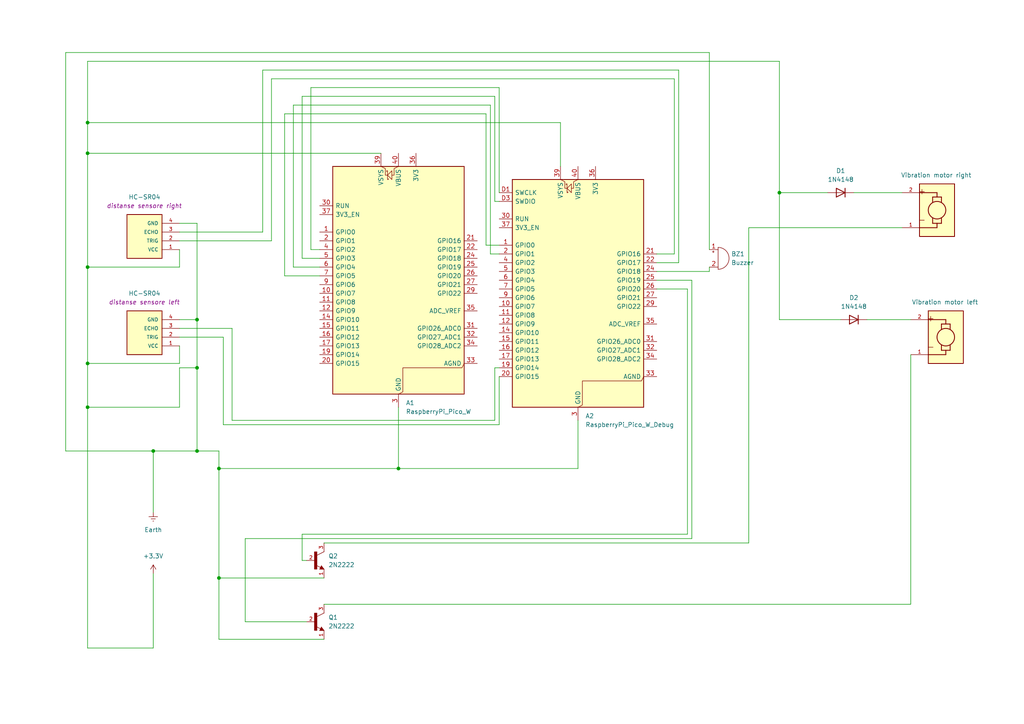
<source format=kicad_sch>
(kicad_sch (version 20250114) (generator "eeschema") (generator_version "9.0")
  (paper "A4")
  (lib_symbols
    (symbol "2N2222:2N2222" (pin_names (offset 1.016))
      (property "Reference" "Q" (at -10.16 7.62 0))
      (property "Value" "2N2222" (at -10.16 -7.62 0))
      (symbol "2N2222_0_0"
        (rectangle (start -0.254 -2.54) (end 0.508 2.54) (stroke (width 0.1)) (fill (type outline)))
        (polyline (pts (xy 1.27 -2.54) (xy 1.778 -1.524)) (stroke (width 0.1524)))
        (polyline (pts (xy 1.524 -2.286) (xy 1.905 -2.286)) (stroke (width 0.254)))
        (polyline (pts (xy 1.524 -2.413) (xy 2.286 -2.413)) (stroke (width 0.254)))
        (polyline (pts (xy 1.54 -2.04) (xy 0.308 -1.424)) (stroke (width 0.1524)))
        (polyline (pts (xy 1.778 -1.524) (xy 2.54 -2.54)) (stroke (width 0.1524)))
        (polyline (pts (xy 1.778 -1.778) (xy 1.524 -2.286)) (stroke (width 0.254)))
        (polyline (pts (xy 1.905 -2.286) (xy 1.778 -2.032)) (stroke (width 0.254)))
        (polyline (pts (xy 2.286 -2.413) (xy 1.778 -1.778)) (stroke (width 0.254)))
        (polyline (pts (xy 2.54 2.54) (xy 0.508 1.524)) (stroke (width 0.1524)))
        (polyline (pts (xy 2.54 -2.54) (xy 1.27 -2.54)) (stroke (width 0.1524)))
        (pin passive line (at -2.54 0 0) (length 2.54) (name "~") (number "2"))
        (pin passive line (at 2.54 5.08 270) (length 2.54) (name "~") (number "3"))
        (pin passive line (at 2.54 -5.08 90) (length 2.54) (name "~") (number "1"))
      )
    )
    (symbol "Device:Buzzer" (pin_names (offset 0.0254) (hide yes))
      (property "Reference" "BZ" (at 3.81 1.27 0))
      (property "Value" "Buzzer" (at 3.81 -1.27 0))
      (symbol "Buzzer_0_1"
        (polyline (pts (xy -1.651 1.905) (xy -1.143 1.905)))
        (polyline (pts (xy -1.397 2.159) (xy -1.397 1.651)))
        (arc (start 0 3.175) (mid 3.1612 0) (end 0 -3.175))
        (polyline (pts (xy 0 3.175) (xy 0 -3.175)))
      )
      (symbol "Buzzer_1_1"
        (pin passive line (at -2.54 2.54 0) (length 2.54) (name "+") (number "1"))
        (pin passive line (at -2.54 -2.54 0) (length 2.54) (name "-") (number "2"))
      )
    )
    (symbol "Diode:1N4148" (pin_numbers (hide yes)) (pin_names (hide yes))
      (property "Reference" "D" (at 0 2.54 0))
      (property "Value" "1N4148" (at 0 -2.54 0))
      (symbol "1N4148_0_1"
        (polyline (pts (xy -1.27 1.27) (xy -1.27 -1.27)) (stroke (width 0.254)))
        (polyline (pts (xy 1.27 1.27) (xy 1.27 -1.27) (xy -1.27 0) (xy 1.27 1.27)) (stroke (width 0.254)))
        (polyline (pts (xy 1.27 0) (xy -1.27 0)))
      )
      (symbol "1N4148_1_1"
        (pin passive line (at -3.81 0 0) (length 2.54) (name "K") (number "1"))
        (pin passive line (at 3.81 0 180) (length 2.54) (name "A") (number "2"))
      )
    )
    (symbol "HC-SR04:HC-SR04" (pin_names (offset 1.016))
      (property "Reference" "U" (at 0 5.0813 0))
      (property "Value" "HC-SR04" (at 0 -10.163 0))
      (symbol "HC-SR04_0_0"
        (rectangle (start 0 -7.62) (end 10.16 5.08) (stroke (width 0.254)) (fill (type background)))
        (pin power_in line (at -5.08 2.54 0) (length 5.08) (name "VCC") (number "1"))
        (pin bidirectional line (at -5.08 0 0) (length 5.08) (name "TRIG") (number "2"))
        (pin bidirectional line (at -5.08 -2.54 0) (length 5.08) (name "ECHO") (number "3"))
        (pin power_in line (at -5.08 -5.08 0) (length 5.08) (name "GND") (number "4"))
      )
    )
    (symbol "MCU_Module:RaspberryPi_Pico_Debug" (pin_names (offset 0.762))
      (property "Reference" "A" (at -19.05 35.56 0))
      (property "Value" "RaspberryPi_Pico" (at 7.62 35.56 0))
      (symbol "RaspberryPi_Pico_Debug_0_1"
        (rectangle (start -19.05 34.29) (end 19.05 -31.75) (stroke (width 0.254)) (fill (type background)))
        (polyline (pts (xy -5.08 34.29) (xy -3.81 33.655) (xy -3.81 31.75) (xy -3.175 31.75)))
        (polyline (pts (xy -3.429 32.766) (xy -3.429 33.02) (xy -3.175 33.02) (xy -3.175 30.48) (xy -2.921 30.48) (xy -2.921 30.734)))
        (polyline (pts (xy -3.175 31.75) (xy -1.905 33.02) (xy -1.905 30.48) (xy -3.175 31.75)))
        (polyline (pts (xy 0 34.29) (xy -1.27 33.655) (xy -1.27 31.75) (xy -1.905 31.75)))
        (polyline (pts (xy 0 -31.75) (xy 1.27 -31.115) (xy 1.27 -24.13) (xy 18.415 -24.13) (xy 19.05 -22.86)))
      )
      (symbol "RaspberryPi_Pico_Debug_1_1"
        (pin input line (at -22.86 30.48 0) (length 3.81) (name "SWCLK") (number "D1"))
        (pin bidirectional line (at -22.86 27.94 0) (length 3.81) (name "SWDIO") (number "D3"))
        (pin passive line (at -22.86 22.86 0) (length 3.81) (name "RUN") (number "30"))
        (pin passive line (at -22.86 20.32 0) (length 3.81) (name "3V3_EN") (number "37"))
        (pin bidirectional line (at -22.86 15.24 0) (length 3.81) (name "GPIO0") (number "1"))
        (pin bidirectional line (at -22.86 12.7 0) (length 3.81) (name "GPIO1") (number "2"))
        (pin bidirectional line (at -22.86 10.16 0) (length 3.81) (name "GPIO2") (number "4"))
        (pin bidirectional line (at -22.86 7.62 0) (length 3.81) (name "GPIO3") (number "5"))
        (pin bidirectional line (at -22.86 5.08 0) (length 3.81) (name "GPIO4") (number "6"))
        (pin bidirectional line (at -22.86 2.54 0) (length 3.81) (name "GPIO5") (number "7"))
        (pin bidirectional line (at -22.86 0 0) (length 3.81) (name "GPIO6") (number "9"))
        (pin bidirectional line (at -22.86 -2.54 0) (length 3.81) (name "GPIO7") (number "10"))
        (pin bidirectional line (at -22.86 -5.08 0) (length 3.81) (name "GPIO8") (number "11"))
        (pin bidirectional line (at -22.86 -7.62 0) (length 3.81) (name "GPIO9") (number "12"))
        (pin bidirectional line (at -22.86 -10.16 0) (length 3.81) (name "GPIO10") (number "14"))
        (pin bidirectional line (at -22.86 -12.7 0) (length 3.81) (name "GPIO11") (number "15"))
        (pin bidirectional line (at -22.86 -15.24 0) (length 3.81) (name "GPIO12") (number "16"))
        (pin bidirectional line (at -22.86 -17.78 0) (length 3.81) (name "GPIO13") (number "17"))
        (pin bidirectional line (at -22.86 -20.32 0) (length 3.81) (name "GPIO14") (number "19"))
        (pin bidirectional line (at -22.86 -22.86 0) (length 3.81) (name "GPIO15") (number "20"))
        (pin power_in line (at -5.08 38.1 270) (length 3.81) (name "VSYS") (number "39"))
        (pin power_out line (at 0 38.1 270) (length 3.81) (name "VBUS") (number "40"))
        (pin passive line (at 0 -35.56 90) (length 3.81) (hide yes) (name "GND") (number "13"))
        (pin passive line (at 0 -35.56 90) (length 3.81) (hide yes) (name "GND") (number "18"))
        (pin passive line (at 0 -35.56 90) (length 3.81) (hide yes) (name "GND") (number "23"))
        (pin passive line (at 0 -35.56 90) (length 3.81) (hide yes) (name "GND") (number "28"))
        (pin power_out line (at 0 -35.56 90) (length 3.81) (name "GND") (number "3"))
        (pin passive line (at 0 -35.56 90) (length 3.81) (hide yes) (name "GND") (number "38"))
        (pin passive line (at 0 -35.56 90) (length 3.81) (hide yes) (name "GND") (number "8"))
        (pin passive line (at 0 -35.56 90) (length 3.81) (hide yes) (name "GND") (number "D2"))
        (pin power_out line (at 5.08 38.1 270) (length 3.81) (name "3V3") (number "36"))
        (pin bidirectional line (at 22.86 12.7 180) (length 3.81) (name "GPIO16") (number "21"))
        (pin bidirectional line (at 22.86 10.16 180) (length 3.81) (name "GPIO17") (number "22"))
        (pin bidirectional line (at 22.86 7.62 180) (length 3.81) (name "GPIO18") (number "24"))
        (pin bidirectional line (at 22.86 5.08 180) (length 3.81) (name "GPIO19") (number "25"))
        (pin bidirectional line (at 22.86 2.54 180) (length 3.81) (name "GPIO20") (number "26"))
        (pin bidirectional line (at 22.86 0 180) (length 3.81) (name "GPIO21") (number "27"))
        (pin bidirectional line (at 22.86 -2.54 180) (length 3.81) (name "GPIO22") (number "29"))
        (pin power_in line (at 22.86 -7.62 180) (length 3.81) (name "ADC_VREF") (number "35"))
        (pin bidirectional line (at 22.86 -12.7 180) (length 3.81) (name "GPIO26_ADC0") (number "31"))
        (pin bidirectional line (at 22.86 -15.24 180) (length 3.81) (name "GPIO27_ADC1") (number "32"))
        (pin bidirectional line (at 22.86 -17.78 180) (length 3.81) (name "GPIO28_ADC2") (number "34"))
        (pin power_out line (at 22.86 -22.86 180) (length 3.81) (name "AGND") (number "33"))
      )
    )
    (symbol "MCU_Module:RaspberryPi_Pico_W" (pin_names (offset 0.762))
      (property "Reference" "A" (at -19.05 35.56 0))
      (property "Value" "RaspberryPi_Pico_W" (at 7.62 35.56 0))
      (symbol "RaspberryPi_Pico_W_0_1"
        (rectangle (start -19.05 34.29) (end 19.05 -31.75) (stroke (width 0.254)) (fill (type background)))
        (polyline (pts (xy -5.08 34.29) (xy -3.81 33.655) (xy -3.81 31.75) (xy -3.175 31.75)))
        (polyline (pts (xy -3.429 32.766) (xy -3.429 33.02) (xy -3.175 33.02) (xy -3.175 30.48) (xy -2.921 30.48) (xy -2.921 30.734)))
        (polyline (pts (xy -3.175 31.75) (xy -1.905 33.02) (xy -1.905 30.48) (xy -3.175 31.75)))
        (polyline (pts (xy 0 34.29) (xy -1.27 33.655) (xy -1.27 31.75) (xy -1.905 31.75)))
        (polyline (pts (xy 0 -31.75) (xy 1.27 -31.115) (xy 1.27 -24.13) (xy 18.415 -24.13) (xy 19.05 -22.86)))
      )
      (symbol "RaspberryPi_Pico_W_1_1"
        (pin passive line (at -22.86 22.86 0) (length 3.81) (name "RUN") (number "30"))
        (pin passive line (at -22.86 20.32 0) (length 3.81) (name "3V3_EN") (number "37"))
        (pin bidirectional line (at -22.86 15.24 0) (length 3.81) (name "GPIO0") (number "1"))
        (pin bidirectional line (at -22.86 12.7 0) (length 3.81) (name "GPIO1") (number "2"))
        (pin bidirectional line (at -22.86 10.16 0) (length 3.81) (name "GPIO2") (number "4"))
        (pin bidirectional line (at -22.86 7.62 0) (length 3.81) (name "GPIO3") (number "5"))
        (pin bidirectional line (at -22.86 5.08 0) (length 3.81) (name "GPIO4") (number "6"))
        (pin bidirectional line (at -22.86 2.54 0) (length 3.81) (name "GPIO5") (number "7"))
        (pin bidirectional line (at -22.86 0 0) (length 3.81) (name "GPIO6") (number "9"))
        (pin bidirectional line (at -22.86 -2.54 0) (length 3.81) (name "GPIO7") (number "10"))
        (pin bidirectional line (at -22.86 -5.08 0) (length 3.81) (name "GPIO8") (number "11"))
        (pin bidirectional line (at -22.86 -7.62 0) (length 3.81) (name "GPIO9") (number "12"))
        (pin bidirectional line (at -22.86 -10.16 0) (length 3.81) (name "GPIO10") (number "14"))
        (pin bidirectional line (at -22.86 -12.7 0) (length 3.81) (name "GPIO11") (number "15"))
        (pin bidirectional line (at -22.86 -15.24 0) (length 3.81) (name "GPIO12") (number "16"))
        (pin bidirectional line (at -22.86 -17.78 0) (length 3.81) (name "GPIO13") (number "17"))
        (pin bidirectional line (at -22.86 -20.32 0) (length 3.81) (name "GPIO14") (number "19"))
        (pin bidirectional line (at -22.86 -22.86 0) (length 3.81) (name "GPIO15") (number "20"))
        (pin power_in line (at -5.08 38.1 270) (length 3.81) (name "VSYS") (number "39"))
        (pin power_out line (at 0 38.1 270) (length 3.81) (name "VBUS") (number "40"))
        (pin passive line (at 0 -35.56 90) (length 3.81) (hide yes) (name "GND") (number "13"))
        (pin passive line (at 0 -35.56 90) (length 3.81) (hide yes) (name "GND") (number "18"))
        (pin passive line (at 0 -35.56 90) (length 3.81) (hide yes) (name "GND") (number "23"))
        (pin passive line (at 0 -35.56 90) (length 3.81) (hide yes) (name "GND") (number "28"))
        (pin power_out line (at 0 -35.56 90) (length 3.81) (name "GND") (number "3"))
        (pin passive line (at 0 -35.56 90) (length 3.81) (hide yes) (name "GND") (number "38"))
        (pin passive line (at 0 -35.56 90) (length 3.81) (hide yes) (name "GND") (number "8"))
        (pin power_out line (at 5.08 38.1 270) (length 3.81) (name "3V3") (number "36"))
        (pin bidirectional line (at 22.86 12.7 180) (length 3.81) (name "GPIO16") (number "21"))
        (pin bidirectional line (at 22.86 10.16 180) (length 3.81) (name "GPIO17") (number "22"))
        (pin bidirectional line (at 22.86 7.62 180) (length 3.81) (name "GPIO18") (number "24"))
        (pin bidirectional line (at 22.86 5.08 180) (length 3.81) (name "GPIO19") (number "25"))
        (pin bidirectional line (at 22.86 2.54 180) (length 3.81) (name "GPIO20") (number "26"))
        (pin bidirectional line (at 22.86 0 180) (length 3.81) (name "GPIO21") (number "27"))
        (pin bidirectional line (at 22.86 -2.54 180) (length 3.81) (name "GPIO22") (number "29"))
        (pin power_in line (at 22.86 -7.62 180) (length 3.81) (name "ADC_VREF") (number "35"))
        (pin bidirectional line (at 22.86 -12.7 180) (length 3.81) (name "GPIO26_ADC0") (number "31"))
        (pin bidirectional line (at 22.86 -15.24 180) (length 3.81) (name "GPIO27_ADC1") (number "32"))
        (pin bidirectional line (at 22.86 -17.78 180) (length 3.81) (name "GPIO28_ADC2") (number "34"))
        (pin power_out line (at 22.86 -22.86 180) (length 3.81) (name "AGND") (number "33"))
      )
    )
    (symbol "VZ43FM1B8230001L:VZ43FM1B8230001L" (pin_names (offset 1.016))
      (property "Value" "Vibration motor left" (at 0.2404 -10.16 0))
      (symbol "VZ43FM1B8230001L_0_0"
        (rectangle (start -5.08 -7.62) (end 5.08 7.62) (stroke (width 0.254)) (fill (type background)))
        (polyline (pts (xy -1.27 3.81) (xy 0 3.81)) (stroke (width 0.254)))
        (polyline (pts (xy -1.27 2.286) (xy -1.27 3.81)) (stroke (width 0.254)))
        (polyline (pts (xy -1.27 -3.81) (xy -1.27 -2.286)) (stroke (width 0.254)))
        (polyline (pts (xy 0 5.08) (xy 5.08 5.08)) (stroke (width 0.254)))
        (polyline (pts (xy 0 3.81) (xy 0 5.08)) (stroke (width 0.254)))
        (polyline (pts (xy 0 3.81) (xy 1.27 3.81)) (stroke (width 0.254)))
        (circle (center 0 0) (radius 2.54) (stroke (width 0.254)))
        (polyline (pts (xy 0 -3.81) (xy -1.27 -3.81)) (stroke (width 0.254)))
        (polyline (pts (xy 0 -3.81) (xy 0 -5.08)) (stroke (width 0.254)))
        (polyline (pts (xy 0 -5.08) (xy 5.08 -5.08)) (stroke (width 0.254)))
        (polyline (pts (xy 1.27 3.81) (xy 1.27 2.286)) (stroke (width 0.254)))
        (polyline (pts (xy 1.27 -2.286) (xy 1.27 -3.81)) (stroke (width 0.254)))
        (polyline (pts (xy 1.27 -3.81) (xy 0 -3.81)) (stroke (width 0.254)))
        (text "-" (at 3.175 3.81 0) (effects (font (size 1.778 1.778)) (justify left bottom)))
        (text "+" (at 3.175 -4.445 0) (effects (font (size 1.778 1.778)) (justify left bottom)))
        (pin passive line (at 10.16 5.08 180) (length 5.08) (name "~") (number "1"))
        (pin passive line (at 10.16 -5.08 180) (length 5.08) (name "~") (number "2"))
      )
    )
    (symbol "VZ43FM1B8230001L_1" (pin_names (offset 1.016))
      (property "Value" "Vibration motor right" (at 0.2404 -10.16 0))
      (symbol "VZ43FM1B8230001L_1_0_0"
        (rectangle (start -5.08 -7.62) (end 5.08 7.62) (stroke (width 0.254)) (fill (type background)))
        (polyline (pts (xy -1.27 3.81) (xy 0 3.81)) (stroke (width 0.254)))
        (polyline (pts (xy -1.27 2.286) (xy -1.27 3.81)) (stroke (width 0.254)))
        (polyline (pts (xy -1.27 -3.81) (xy -1.27 -2.286)) (stroke (width 0.254)))
        (polyline (pts (xy 0 5.08) (xy 5.08 5.08)) (stroke (width 0.254)))
        (polyline (pts (xy 0 3.81) (xy 0 5.08)) (stroke (width 0.254)))
        (polyline (pts (xy 0 3.81) (xy 1.27 3.81)) (stroke (width 0.254)))
        (circle (center 0 0) (radius 2.54) (stroke (width 0.254)))
        (polyline (pts (xy 0 -3.81) (xy -1.27 -3.81)) (stroke (width 0.254)))
        (polyline (pts (xy 0 -3.81) (xy 0 -5.08)) (stroke (width 0.254)))
        (polyline (pts (xy 0 -5.08) (xy 5.08 -5.08)) (stroke (width 0.254)))
        (polyline (pts (xy 1.27 3.81) (xy 1.27 2.286)) (stroke (width 0.254)))
        (polyline (pts (xy 1.27 -2.286) (xy 1.27 -3.81)) (stroke (width 0.254)))
        (polyline (pts (xy 1.27 -3.81) (xy 0 -3.81)) (stroke (width 0.254)))
        (text "-" (at 3.175 3.81 0) (effects (font (size 1.778 1.778)) (justify left bottom)))
        (text "+" (at 3.175 -4.445 0) (effects (font (size 1.778 1.778)) (justify left bottom)))
        (pin passive line (at 10.16 5.08 180) (length 5.08) (name "~") (number "1"))
        (pin passive line (at 10.16 -5.08 180) (length 5.08) (name "~") (number "2"))
      )
    )
    (symbol "power:+3.3V" (power) (pin_numbers (hide yes)) (pin_names (offset 0) (hide yes))
      (property "Value" "+3.3V" (at 0 3.556 0))
      (symbol "+3.3V_0_1"
        (polyline (pts (xy -0.762 1.27) (xy 0 2.54)))
        (polyline (pts (xy 0 2.54) (xy 0.762 1.27)))
        (polyline (pts (xy 0 0) (xy 0 2.54)))
      )
      (symbol "+3.3V_1_1"
        (pin power_in line (at 0 0 90) (length 0) (name "~") (number "1"))
      )
    )
    (symbol "power:Earth" (power) (pin_numbers (hide yes)) (pin_names (offset 0) (hide yes))
      (property "Value" "Earth" (at 0 -3.81 0))
      (symbol "Earth_0_1"
        (polyline (pts (xy -0.635 -1.905) (xy 0.635 -1.905)))
        (polyline (pts (xy -0.127 -2.54) (xy 0.127 -2.54)))
        (polyline (pts (xy 0 -1.27) (xy 0 0)))
        (polyline (pts (xy 1.27 -1.27) (xy -1.27 -1.27)))
      )
      (symbol "Earth_1_1"
        (pin power_in line (at 0 0 270) (length 0) (name "~") (number "1"))
      )
    )
  )
  (junction (at 57.15 92.71))
  (junction (at 57.15 130.81))
  (junction (at 25.4 77.47))
  (junction (at 25.4 118.11))
  (junction (at 63.5 135.89))
  (junction (at 63.5 167.64))
  (junction (at 25.4 35.56))
  (junction (at 25.4 44.45))
  (junction (at 25.4 105.41))
  (junction (at 44.45 130.81))
  (junction (at 115.57 135.89))
  (junction (at 57.15 106.68))
  (junction (at 226.06 55.88))
  (wire (pts (xy 92.71 77.47) (xy 85.09 77.47)))
  (wire (pts (xy 143.51 58.42) (xy 143.51 27.94)))
  (wire (pts (xy 217.17 66.04) (xy 261.62 66.04)))
  (wire (pts (xy 251.46 92.71) (xy 264.16 92.71)))
  (wire (pts (xy 264.16 175.26) (xy 93.98 175.26)))
  (wire (pts (xy 162.56 48.26) (xy 162.56 35.56)))
  (wire (pts (xy 200.66 81.28) (xy 200.66 156.21)))
  (wire (pts (xy 71.12 180.34) (xy 88.9 180.34)))
  (wire (pts (xy 44.45 130.81) (xy 57.15 130.81)))
  (wire (pts (xy 162.56 35.56) (xy 25.4 35.56)))
  (wire (pts (xy 63.5 167.64) (xy 63.5 135.89)))
  (wire (pts (xy 19.05 130.81) (xy 44.45 130.81)))
  (wire (pts (xy 144.78 123.19) (xy 144.78 109.22)))
  (wire (pts (xy 144.78 25.4) (xy 144.78 55.88)))
  (wire (pts (xy 64.77 97.79) (xy 64.77 123.19)))
  (wire (pts (xy 52.07 95.25) (xy 67.31 95.25)))
  (wire (pts (xy 195.58 73.66) (xy 190.5 73.66)))
  (wire (pts (xy 142.24 73.66) (xy 144.78 73.66)))
  (wire (pts (xy 144.78 106.68) (xy 143.51 106.68)))
  (wire (pts (xy 52.07 77.47) (xy 25.4 77.47)))
  (wire (pts (xy 25.4 105.41) (xy 25.4 118.11)))
  (wire (pts (xy 200.66 156.21) (xy 71.12 156.21)))
  (wire (pts (xy 52.07 69.85) (xy 78.74 69.85)))
  (wire (pts (xy 143.51 27.94) (xy 87.63 27.94)))
  (wire (pts (xy 143.51 121.92) (xy 67.31 121.92)))
  (wire (pts (xy 57.15 130.81) (xy 63.5 130.81)))
  (wire (pts (xy 167.64 135.89) (xy 167.64 121.92)))
  (wire (pts (xy 85.09 77.47) (xy 85.09 30.48)))
  (wire (pts (xy 67.31 95.25) (xy 67.31 121.92)))
  (wire (pts (xy 93.98 167.64) (xy 63.5 167.64)))
  (wire (pts (xy 190.5 81.28) (xy 200.66 81.28)))
  (wire (pts (xy 87.63 154.94) (xy 87.63 162.56)))
  (wire (pts (xy 25.4 44.45) (xy 110.49 44.45)))
  (wire (pts (xy 199.39 154.94) (xy 87.63 154.94)))
  (wire (pts (xy 25.4 17.78) (xy 25.4 35.56)))
  (wire (pts (xy 57.15 92.71) (xy 57.15 106.68)))
  (wire (pts (xy 264.16 102.87) (xy 264.16 175.26)))
  (wire (pts (xy 63.5 135.89) (xy 63.5 130.81)))
  (wire (pts (xy 52.07 106.68) (xy 52.07 118.11)))
  (wire (pts (xy 92.71 72.39) (xy 90.17 72.39)))
  (wire (pts (xy 199.39 83.82) (xy 199.39 154.94)))
  (wire (pts (xy 243.84 92.71) (xy 226.06 92.71)))
  (wire (pts (xy 140.97 33.02) (xy 140.97 71.12)))
  (wire (pts (xy 64.77 123.19) (xy 144.78 123.19)))
  (wire (pts (xy 25.4 35.56) (xy 25.4 44.45)))
  (wire (pts (xy 226.06 92.71) (xy 226.06 55.88)))
  (wire (pts (xy 226.06 17.78) (xy 25.4 17.78)))
  (wire (pts (xy 52.07 67.31) (xy 76.2 67.31)))
  (wire (pts (xy 140.97 71.12) (xy 144.78 71.12)))
  (wire (pts (xy 82.55 80.01) (xy 82.55 33.02)))
  (wire (pts (xy 190.5 83.82) (xy 199.39 83.82)))
  (wire (pts (xy 76.2 67.31) (xy 76.2 20.32)))
  (wire (pts (xy 57.15 106.68) (xy 57.15 130.81)))
  (wire (pts (xy 63.5 135.89) (xy 115.57 135.89)))
  (wire (pts (xy 63.5 185.42) (xy 63.5 167.64)))
  (wire (pts (xy 57.15 106.68) (xy 52.07 106.68)))
  (wire (pts (xy 90.17 25.4) (xy 90.17 72.39)))
  (wire (pts (xy 82.55 33.02) (xy 140.97 33.02)))
  (wire (pts (xy 19.05 15.24) (xy 19.05 130.81)))
  (wire (pts (xy 205.74 78.74) (xy 205.74 77.47)))
  (wire (pts (xy 93.98 157.48) (xy 217.17 157.48)))
  (wire (pts (xy 195.58 22.86) (xy 195.58 73.66)))
  (wire (pts (xy 25.4 118.11) (xy 52.07 118.11)))
  (wire (pts (xy 52.07 97.79) (xy 64.77 97.79)))
  (wire (pts (xy 144.78 58.42) (xy 143.51 58.42)))
  (wire (pts (xy 196.85 76.2) (xy 190.5 76.2)))
  (wire (pts (xy 44.45 187.96) (xy 25.4 187.96)))
  (wire (pts (xy 143.51 106.68) (xy 143.51 121.92)))
  (wire (pts (xy 52.07 72.39) (xy 52.07 77.47)))
  (wire (pts (xy 44.45 148.59) (xy 44.45 130.81)))
  (wire (pts (xy 57.15 64.77) (xy 57.15 92.71)))
  (wire (pts (xy 226.06 55.88) (xy 226.06 17.78)))
  (wire (pts (xy 115.57 135.89) (xy 167.64 135.89)))
  (wire (pts (xy 205.74 15.24) (xy 19.05 15.24)))
  (wire (pts (xy 52.07 92.71) (xy 57.15 92.71)))
  (wire (pts (xy 25.4 118.11) (xy 25.4 187.96)))
  (wire (pts (xy 44.45 166.37) (xy 44.45 187.96)))
  (wire (pts (xy 87.63 74.93) (xy 92.71 74.93)))
  (wire (pts (xy 71.12 156.21) (xy 71.12 180.34)))
  (wire (pts (xy 144.78 25.4) (xy 90.17 25.4)))
  (wire (pts (xy 78.74 69.85) (xy 78.74 22.86)))
  (wire (pts (xy 247.65 55.88) (xy 261.62 55.88)))
  (wire (pts (xy 115.57 118.11) (xy 115.57 135.89)))
  (wire (pts (xy 87.63 27.94) (xy 87.63 74.93)))
  (wire (pts (xy 196.85 20.32) (xy 196.85 76.2)))
  (wire (pts (xy 205.74 72.39) (xy 205.74 15.24)))
  (wire (pts (xy 25.4 77.47) (xy 25.4 105.41)))
  (wire (pts (xy 87.63 162.56) (xy 88.9 162.56)))
  (wire (pts (xy 85.09 30.48) (xy 142.24 30.48)))
  (wire (pts (xy 142.24 30.48) (xy 142.24 73.66)))
  (wire (pts (xy 52.07 100.33) (xy 52.07 105.41)))
  (wire (pts (xy 76.2 20.32) (xy 196.85 20.32)))
  (wire (pts (xy 52.07 105.41) (xy 25.4 105.41)))
  (wire (pts (xy 93.98 185.42) (xy 63.5 185.42)))
  (wire (pts (xy 190.5 78.74) (xy 205.74 78.74)))
  (wire (pts (xy 52.07 64.77) (xy 57.15 64.77)))
  (wire (pts (xy 92.71 80.01) (xy 82.55 80.01)))
  (wire (pts (xy 226.06 55.88) (xy 240.03 55.88)))
  (wire (pts (xy 25.4 44.45) (xy 25.4 77.47)))
  (wire (pts (xy 217.17 157.48) (xy 217.17 66.04)))
  (wire (pts (xy 78.74 22.86) (xy 195.58 22.86)))
  (symbol (lib_id "power:+3.3V") (at 44.45 166.37 0) (unit 1)
    (property "Reference" "#PWR01" (effects (hide yes)))
    (property "Value" "+3.3V" (at 44.45 161.29 0))
    (property "Description" "Power symbol creates a global label with name \"+3.3V\"" (effects (hide yes)))
  )
  (symbol (lib_id "HC-SR04:HC-SR04") (at 46.99 69.85 180) (unit 1)
    (property "Reference" "U1" (effects (hide yes)))
    (property "Value" "HC-SR04" (at 41.91 57.15 0))
    (property "Footprint" "distanse sensore right" (effects (hide yes)))
    (property "Description" "distanse sensore right" (at 41.91 59.69 0) (effects (font (italic yes))))
    (property "MF" "SparkFun Electronics" (effects (hide yes)))
    (property "Description_1" "HC-SR04 Ultrasonic Sensor Qwiic Platform Evaluation Expansion Board" (effects (hide yes)))
    (property "Package" "None" (effects (hide yes)))
    (property "Price" "None" (effects (hide yes)))
    (property "Check_prices" "https://www.snapeda.com/parts/HC-SR04/SparkFun/view-part/?ref=eda" (effects (hide yes)))
    (property "SnapEDA_Link" "https://www.snapeda.com/parts/HC-SR04/SparkFun/view-part/?ref=snap" (effects (hide yes)))
    (property "MP" "HC-SR04" (effects (hide yes)))
    (property "Availability" "Not in stock" (effects (hide yes)))
    (property "MANUFACTURER" "Osepp" (effects (hide yes)))
  )
  (symbol (lib_id "Diode:1N4148") (at 243.84 55.88 180) (unit 1)
    (property "Reference" "D1" (at 243.84 49.53 0))
    (property "Value" "1N4148" (at 243.84 52.07 0))
    (property "Footprint" "Diode_THT:D_DO-35_SOD27_P7.62mm_Horizontal" (effects (hide yes)))
    (property "Datasheet" "https://assets.nexperia.com/documents/data-sheet/1N4148_1N4448.pdf" (effects (hide yes)))
    (property "Description" "100V 0.15A standard switching diode, DO-35" (effects (hide yes)))
    (property "Sim.Device" "D" (effects (hide yes)))
    (property "Sim.Pins" "1=K 2=A" (effects (hide yes)))
  )
  (symbol (lib_id "MCU_Module:RaspberryPi_Pico_Debug") (at 167.64 86.36 0) (unit 1)
    (property "Reference" "A2" (at 169.7833 120.65 0) (effects (justify left)))
    (property "Value" "RaspberryPi_Pico_W_Debug" (at 169.7833 123.19 0) (effects (justify left)))
    (property "Footprint" "Module:RaspberryPi_Pico_SMD_HandSolder" (effects (hide yes)))
    (property "Datasheet" "https://datasheets.raspberrypi.com/pico/pico-datasheet.pdf" (effects (hide yes)))
    (property "Description" "Versatile and inexpensive microcontroller module (with debug pins) powered by RP2040 dual-core Arm Cortex-M0+ processor up to 133 MHz, 264kB SRAM, 2MB QSPI flash; also supports Raspberry Pi Pico 2" (effects (hide yes)))
  )
  (symbol (lib_id "MCU_Module:RaspberryPi_Pico_W") (at 115.57 82.55 0) (unit 1)
    (property "Reference" "A1" (at 117.7133 116.84 0) (effects (justify left)))
    (property "Value" "RaspberryPi_Pico_W" (at 117.7133 119.38 0) (effects (justify left)))
    (property "Footprint" "Module:RaspberryPi_Pico_W_SMD_HandSolder" (effects (hide yes)))
    (property "Datasheet" "https://datasheets.raspberrypi.com/picow/pico-w-datasheet.pdf" (effects (hide yes)))
    (property "Description" "Versatile and inexpensive wireless microcontroller module powered by RP2040 dual-core Arm Cortex-M0+ processor up to 133 MHz, 264kB SRAM, 2MB QSPI flash, Infineon CYW43439 2.4GHz 802.11n wireless LAN; also supports Raspberry Pi Pico 2 W" (effects (hide yes)))
  )
  (symbol (lib_id "2N2222:2N2222") (at 91.44 162.56 0) (unit 1)
    (property "Reference" "Q2" (at 95.25 161.2899 0) (effects (justify left)))
    (property "Value" "2N2222" (at 95.25 163.8299 0) (effects (justify left)))
    (property "Footprint" "2N2222:TO127P584H533-3" (effects (hide yes)))
    (property "MF" "Solid State Inc." (effects (hide yes)))
    (property "MAXIMUM_PACKAGE_HEIGHT" "5.33 mm" (effects (hide yes)))
    (property "Package" "None" (effects (hide yes)))
    (property "Price" "None" (effects (hide yes)))
    (property "Check_prices" "https://www.snapeda.com/parts/2N2222/Solid+State+Manufacturing/view-part/?ref=eda" (effects (hide yes)))
    (property "STANDARD" "IPC 7351B" (effects (hide yes)))
    (property "PARTREV" "R2" (effects (hide yes)))
    (property "SnapEDA_Link" "https://www.snapeda.com/parts/2N2222/Solid+State+Manufacturing/view-part/?ref=snap" (effects (hide yes)))
    (property "MP" "2N2222" (effects (hide yes)))
    (property "Description_1" "Silicon Transistor NPN | Solid State Manufacturing 2N2222" (effects (hide yes)))
    (property "Availability" "Not in stock" (effects (hide yes)))
    (property "MANUFACTURER" "Micross" (effects (hide yes)))
  )
  (symbol (lib_id "Diode:1N4148") (at 247.65 92.71 180) (unit 1)
    (property "Reference" "D2" (at 247.65 86.36 0))
    (property "Value" "1N4148" (at 247.65 88.9 0))
    (property "Footprint" "Diode_THT:D_DO-35_SOD27_P7.62mm_Horizontal" (effects (hide yes)))
    (property "Datasheet" "https://assets.nexperia.com/documents/data-sheet/1N4148_1N4448.pdf" (effects (hide yes)))
    (property "Description" "100V 0.15A standard switching diode, DO-35" (effects (hide yes)))
    (property "Sim.Device" "D" (effects (hide yes)))
    (property "Sim.Pins" "1=K 2=A" (effects (hide yes)))
  )
  (symbol (lib_id "Device:Buzzer") (at 208.28 74.93 0) (unit 1)
    (property "Reference" "BZ1" (at 212.09 73.6599 0) (effects (justify left)))
    (property "Value" "Buzzer" (at 212.09 76.1999 0) (effects (justify left)))
    (property "Description" "Buzzer, polarized" (effects (hide yes)))
  )
  (symbol (lib_name "VZ43FM1B8230001L_1") (lib_id "VZ43FM1B8230001L:VZ43FM1B8230001L") (at 271.78 60.96 180) (unit 1)
    (property "Reference" "B1" (effects (hide yes)))
    (property "Value" "Vibration motor right" (at 271.5396 50.8 0))
    (property "Footprint" "VZ43FM1B8230001L:XDCR_VZ43FM1B8230001L" (effects (hide yes)))
    (property "MF" "Vybronics Inc" (effects (hide yes)))
    (property "MAXIMUM_PACKAGE_HEIGHT" "3.70 mm" (effects (hide yes)))
    (property "Package" "Vybronics" (effects (hide yes)))
    (property "Price" "None" (effects (hide yes)))
    (property "Check_prices" "https://www.snapeda.com/parts/VZ43FM1B8230001L/Vybronics/view-part/?ref=eda" (effects (hide yes)))
    (property "STANDARD" "Manufacturer Recommendations" (effects (hide yes)))
    (property "PARTREV" "A/2" (effects (hide yes)))
    (property "SnapEDA_Link" "https://www.snapeda.com/parts/VZ43FM1B8230001L/Vybronics/view-part/?ref=snap" (effects (hide yes)))
    (property "MP" "VZ43FM1B8230001L" (effects (hide yes)))
    (property "Description_1" "DC Motor Vibration, ERM (Haptic) 12000 RPM 3VDC" (effects (hide yes)))
    (property "Availability" "In Stock" (effects (hide yes)))
    (property "MANUFACTURER" "Vybronics" (effects (hide yes)))
  )
  (symbol (lib_id "2N2222:2N2222") (at 91.44 180.34 0) (unit 1)
    (property "Reference" "Q1" (at 95.25 179.0699 0) (effects (justify left)))
    (property "Value" "2N2222" (at 95.25 181.6099 0) (effects (justify left)))
    (property "Footprint" "2N2222:TO127P584H533-3" (effects (hide yes)))
    (property "MF" "Solid State Inc." (effects (hide yes)))
    (property "MAXIMUM_PACKAGE_HEIGHT" "5.33 mm" (effects (hide yes)))
    (property "Package" "None" (effects (hide yes)))
    (property "Price" "None" (effects (hide yes)))
    (property "Check_prices" "https://www.snapeda.com/parts/2N2222/Solid+State+Manufacturing/view-part/?ref=eda" (effects (hide yes)))
    (property "STANDARD" "IPC 7351B" (effects (hide yes)))
    (property "PARTREV" "R2" (effects (hide yes)))
    (property "SnapEDA_Link" "https://www.snapeda.com/parts/2N2222/Solid+State+Manufacturing/view-part/?ref=snap" (effects (hide yes)))
    (property "MP" "2N2222" (effects (hide yes)))
    (property "Description_1" "Silicon Transistor NPN | Solid State Manufacturing 2N2222" (effects (hide yes)))
    (property "Availability" "Not in stock" (effects (hide yes)))
    (property "MANUFACTURER" "Micross" (effects (hide yes)))
  )
  (symbol (lib_id "VZ43FM1B8230001L:VZ43FM1B8230001L") (at 274.32 97.79 180) (unit 1)
    (property "Reference" "B2" (effects (hide yes)))
    (property "Value" "Vibration motor left" (at 274.0796 87.63 0))
    (property "Footprint" "VZ43FM1B8230001L:XDCR_VZ43FM1B8230001L" (effects (hide yes)))
    (property "MF" "Vybronics Inc" (effects (hide yes)))
    (property "MAXIMUM_PACKAGE_HEIGHT" "3.70 mm" (effects (hide yes)))
    (property "Package" "Vybronics" (effects (hide yes)))
    (property "Price" "None" (effects (hide yes)))
    (property "Check_prices" "https://www.snapeda.com/parts/VZ43FM1B8230001L/Vybronics/view-part/?ref=eda" (effects (hide yes)))
    (property "STANDARD" "Manufacturer Recommendations" (effects (hide yes)))
    (property "PARTREV" "A/2" (effects (hide yes)))
    (property "SnapEDA_Link" "https://www.snapeda.com/parts/VZ43FM1B8230001L/Vybronics/view-part/?ref=snap" (effects (hide yes)))
    (property "MP" "VZ43FM1B8230001L" (effects (hide yes)))
    (property "Description_1" "DC Motor Vibration, ERM (Haptic) 12000 RPM 3VDC" (effects (hide yes)))
    (property "Availability" "In Stock" (effects (hide yes)))
    (property "MANUFACTURER" "Vybronics" (effects (hide yes)))
  )
  (symbol (lib_id "power:Earth") (at 44.45 148.59 0) (unit 1)
    (property "Reference" "#PWR02" (effects (hide yes)))
    (property "Value" "Earth" (at 44.45 153.67 0))
    (property "Description" "Power symbol creates a global label with name \"Earth\"" (effects (hide yes)))
  )
  (symbol (lib_id "HC-SR04:HC-SR04") (at 46.99 97.79 180) (unit 1)
    (property "Reference" "U2" (effects (hide yes)))
    (property "Value" "HC-SR04" (at 41.91 85.09 0))
    (property "Footprint" "distanse sensore right" (effects (hide yes)))
    (property "Description" "distanse sensore left" (at 41.91 87.63 0) (effects (font (italic yes))))
    (property "MF" "SparkFun Electronics" (effects (hide yes)))
    (property "Description_1" "HC-SR04 Ultrasonic Sensor Qwiic Platform Evaluation Expansion Board" (effects (hide yes)))
    (property "Package" "None" (effects (hide yes)))
    (property "Price" "None" (effects (hide yes)))
    (property "Check_prices" "https://www.snapeda.com/parts/HC-SR04/SparkFun/view-part/?ref=eda" (effects (hide yes)))
    (property "SnapEDA_Link" "https://www.snapeda.com/parts/HC-SR04/SparkFun/view-part/?ref=snap" (effects (hide yes)))
    (property "MP" "HC-SR04" (effects (hide yes)))
    (property "Availability" "Not in stock" (effects (hide yes)))
    (property "MANUFACTURER" "Osepp" (effects (hide yes)))
  )
)
</source>
